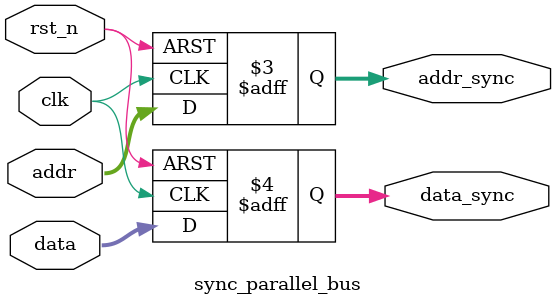
<source format=v>
module sync_parallel_bus(
   input clk,
   input rst_n,
   input [7:0] addr,
   input [7:0] data,
   output reg [7:0] addr_sync,
   output reg [7:0] data_sync
);

	always @(posedge clk or negedge rst_n)
	begin
		if(!rst_n)
		begin
			addr_sync <= 6'd0;
			data_sync <= 8'd0;   
		end
		else
		begin
			addr_sync <= addr;
			data_sync <= data; 
	   end
	end
	
endmodule

</source>
